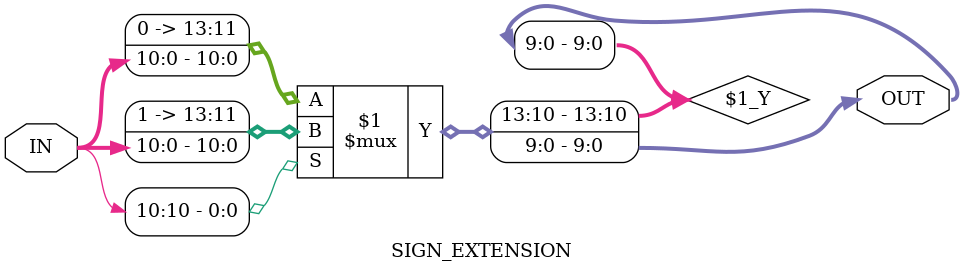
<source format=sv>

`default_nettype none

module SIGN_EXTENSION #(
    parameter   IN_WIDTH = 11,
    parameter   OUT_WIDTH = 10
)(
    input wire [IN_WIDTH-1:0] IN,
    output wire [OUT_WIDTH-1:0] OUT
);

    localparam [OUT_WIDTH - IN_WIDTH - 1 : 0] sign_bits = -1;
    localparam [OUT_WIDTH - IN_WIDTH - 1 : 0] zero_bits = 0;

    assign OUT = IN[IN_WIDTH-1] ? { sign_bits, IN } : { zero_bits, IN };
endmodule

`default_nettype wire

</source>
